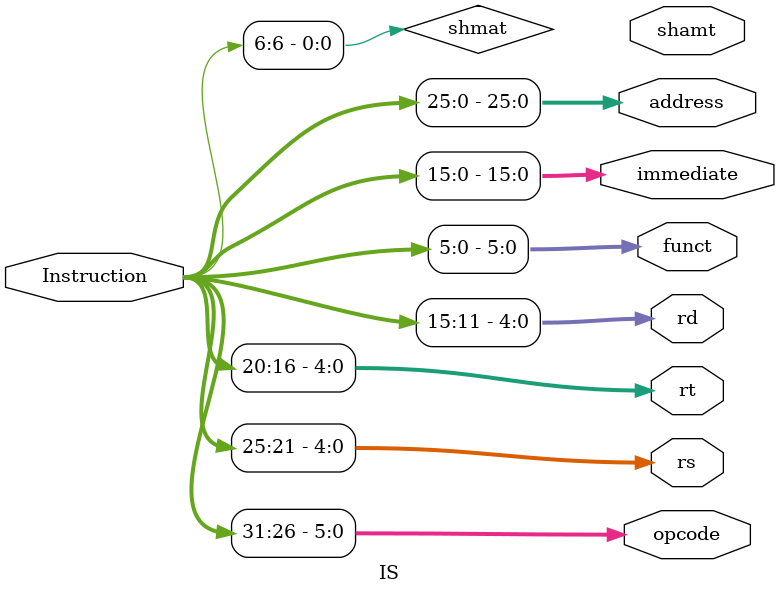
<source format=v>
`timescale 1ns / 1ps
module IS(Instruction, opcode, rs, rt, rd, shamt, funct, immediate, address);
input[31:0] Instruction;
output[5:0] opcode;
output[4:0] rs;
output[4:0] rt;
output[4:0] rd;
output[4:0] shamt;
output[5:0] funct;
output[15:0] immediate;
output[25:0] address;
	assign opcode = Instruction[31:26];
	assign rs = Instruction[35:21];
	assign rt = Instruction[20:16];
	assign rd = Instruction[15:11];
	assign shmat = Instruction[10:6];
	assign funct = Instruction[5:0];
	assign immediate = Instruction[15:0];
	assign address = Instruction[25:0];
endmodule

</source>
